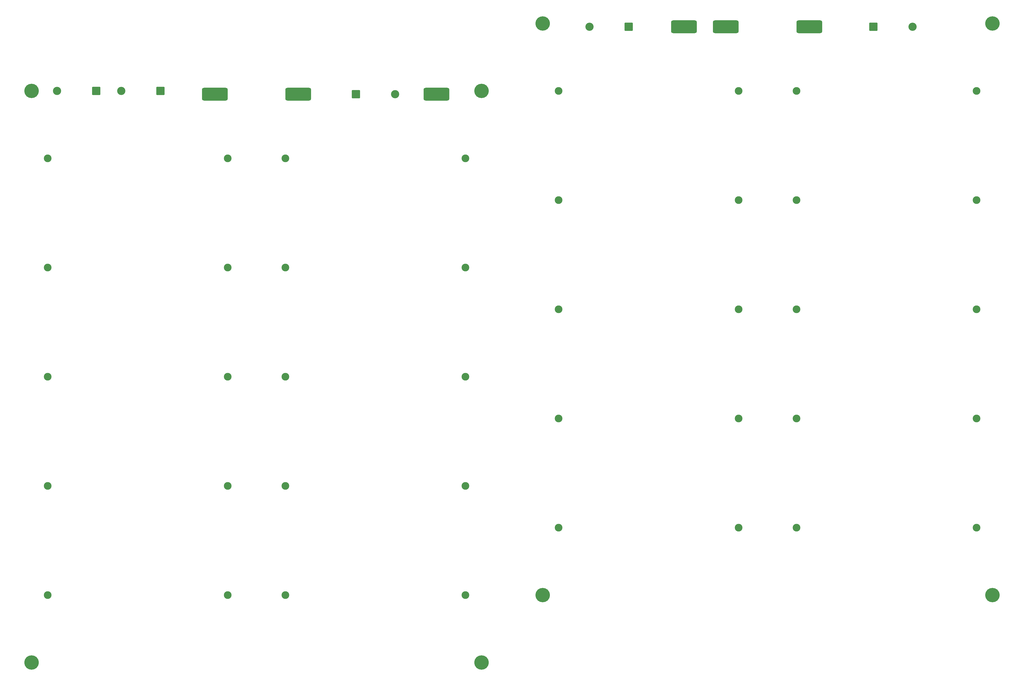
<source format=gbr>
%TF.GenerationSoftware,KiCad,Pcbnew,9.0.5*%
%TF.CreationDate,2025-11-13T21:56:36-08:00*%
%TF.ProjectId,IXOLAR,49584f4c-4152-42e6-9b69-6361645f7063,rev?*%
%TF.SameCoordinates,Original*%
%TF.FileFunction,Soldermask,Bot*%
%TF.FilePolarity,Negative*%
%FSLAX46Y46*%
G04 Gerber Fmt 4.6, Leading zero omitted, Abs format (unit mm)*
G04 Created by KiCad (PCBNEW 9.0.5) date 2025-11-13 21:56:36*
%MOMM*%
%LPD*%
G01*
G04 APERTURE LIST*
G04 Aperture macros list*
%AMRoundRect*
0 Rectangle with rounded corners*
0 $1 Rounding radius*
0 $2 $3 $4 $5 $6 $7 $8 $9 X,Y pos of 4 corners*
0 Add a 4 corners polygon primitive as box body*
4,1,4,$2,$3,$4,$5,$6,$7,$8,$9,$2,$3,0*
0 Add four circle primitives for the rounded corners*
1,1,$1+$1,$2,$3*
1,1,$1+$1,$4,$5*
1,1,$1+$1,$6,$7*
1,1,$1+$1,$8,$9*
0 Add four rect primitives between the rounded corners*
20,1,$1+$1,$2,$3,$4,$5,0*
20,1,$1+$1,$4,$5,$6,$7,0*
20,1,$1+$1,$6,$7,$8,$9,0*
20,1,$1+$1,$8,$9,$2,$3,0*%
G04 Aperture macros list end*
%ADD10C,3.000000*%
%ADD11C,5.600000*%
%ADD12RoundRect,0.750000X4.250000X-1.750000X4.250000X1.750000X-4.250000X1.750000X-4.250000X-1.750000X0*%
%ADD13RoundRect,0.250000X1.350000X1.350000X-1.350000X1.350000X-1.350000X-1.350000X1.350000X-1.350000X0*%
%ADD14C,3.200000*%
%ADD15RoundRect,0.250000X-1.350000X-1.350000X1.350000X-1.350000X1.350000X1.350000X-1.350000X1.350000X0*%
G04 APERTURE END LIST*
D10*
%TO.C,SC10*%
X123750000Y-76250000D03*
X193750000Y-76250000D03*
%TD*%
%TO.C,SC20*%
X322500000Y-220000000D03*
X392500000Y-220000000D03*
%TD*%
D11*
%TO.C,H6*%
X398750000Y-23750000D03*
%TD*%
%TO.C,H2*%
X200000000Y-50000000D03*
%TD*%
D10*
%TO.C,SC7*%
X123750000Y-203750000D03*
X193750000Y-203750000D03*
%TD*%
%TO.C,SC17*%
X322500000Y-92500000D03*
X392500000Y-92500000D03*
%TD*%
%TO.C,SC1*%
X31250000Y-118750000D03*
X101250000Y-118750000D03*
%TD*%
D11*
%TO.C,H7*%
X223750000Y-246250000D03*
%TD*%
D12*
%TO.C,Other_Board1*%
X182500000Y-51250000D03*
%TD*%
D10*
%TO.C,SC3*%
X31250000Y-203750000D03*
X101250000Y-203750000D03*
%TD*%
D11*
%TO.C,H3*%
X25000000Y-272500000D03*
%TD*%
D10*
%TO.C,SC18*%
X322500000Y-135000000D03*
X392500000Y-135000000D03*
%TD*%
D11*
%TO.C,H8*%
X398750000Y-246250000D03*
%TD*%
D10*
%TO.C,SC14*%
X230000000Y-135000000D03*
X300000000Y-135000000D03*
%TD*%
D12*
%TO.C,J2*%
X295000000Y-25000000D03*
%TD*%
D10*
%TO.C,SC2*%
X31250000Y-161250000D03*
X101250000Y-161250000D03*
%TD*%
%TO.C,SC5*%
X123750000Y-118750000D03*
X193750000Y-118750000D03*
%TD*%
%TO.C,SC9*%
X31250000Y-76250000D03*
X101250000Y-76250000D03*
%TD*%
%TO.C,SC4*%
X31250000Y-246250000D03*
X101250000Y-246250000D03*
%TD*%
%TO.C,SC16*%
X230000000Y-220000000D03*
X300000000Y-220000000D03*
%TD*%
%TO.C,SC12*%
X322500000Y-50000000D03*
X392500000Y-50000000D03*
%TD*%
%TO.C,SC13*%
X230000000Y-92500000D03*
X300000000Y-92500000D03*
%TD*%
%TO.C,SC15*%
X230000000Y-177500000D03*
X300000000Y-177500000D03*
%TD*%
D11*
%TO.C,H5*%
X223750000Y-23750000D03*
%TD*%
D10*
%TO.C,SC19*%
X322500000Y-177500000D03*
X392500000Y-177500000D03*
%TD*%
%TO.C,SC8*%
X123750000Y-246250000D03*
X193750000Y-246250000D03*
%TD*%
%TO.C,SC6*%
X123750000Y-161250000D03*
X193750000Y-161250000D03*
%TD*%
D11*
%TO.C,H1*%
X25000000Y-50000000D03*
%TD*%
D12*
%TO.C,J1*%
X96250000Y-51250000D03*
%TD*%
D11*
%TO.C,H4*%
X200000000Y-272500000D03*
%TD*%
D10*
%TO.C,SC11*%
X230000000Y-50000000D03*
X300000000Y-50000000D03*
%TD*%
D13*
%TO.C,D3*%
X50120000Y-50000000D03*
D14*
X34880000Y-50000000D03*
%TD*%
D12*
%TO.C,gnd_connector1*%
X128750000Y-51250000D03*
%TD*%
D13*
%TO.C,D4*%
X257250000Y-25000000D03*
D14*
X242010000Y-25000000D03*
%TD*%
D15*
%TO.C,D2*%
X151130000Y-51250000D03*
D14*
X166370000Y-51250000D03*
%TD*%
D15*
%TO.C,D5*%
X352380000Y-25000000D03*
D14*
X367620000Y-25000000D03*
%TD*%
D12*
%TO.C,Other_Board2*%
X278750000Y-25000000D03*
%TD*%
D13*
%TO.C,D1*%
X75120000Y-50000000D03*
D14*
X59880000Y-50000000D03*
%TD*%
D12*
%TO.C,gnd_connector2*%
X327500000Y-25000000D03*
%TD*%
M02*

</source>
